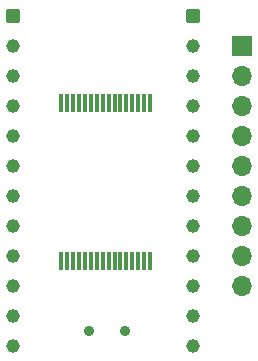
<source format=gts>
%TF.GenerationSoftware,KiCad,Pcbnew,9.0.5*%
%TF.CreationDate,2025-10-22T18:31:25+01:00*%
%TF.ProjectId,ZX Interface 1 ROM 39SF010,5a582049-6e74-4657-9266-616365203120,rev?*%
%TF.SameCoordinates,Original*%
%TF.FileFunction,Soldermask,Top*%
%TF.FilePolarity,Negative*%
%FSLAX46Y46*%
G04 Gerber Fmt 4.6, Leading zero omitted, Abs format (unit mm)*
G04 Created by KiCad (PCBNEW 9.0.5) date 2025-10-22 18:31:25*
%MOMM*%
%LPD*%
G01*
G04 APERTURE LIST*
G04 Aperture macros list*
%AMRoundRect*
0 Rectangle with rounded corners*
0 $1 Rounding radius*
0 $2 $3 $4 $5 $6 $7 $8 $9 X,Y pos of 4 corners*
0 Add a 4 corners polygon primitive as box body*
4,1,4,$2,$3,$4,$5,$6,$7,$8,$9,$2,$3,0*
0 Add four circle primitives for the rounded corners*
1,1,$1+$1,$2,$3*
1,1,$1+$1,$4,$5*
1,1,$1+$1,$6,$7*
1,1,$1+$1,$8,$9*
0 Add four rect primitives between the rounded corners*
20,1,$1+$1,$2,$3,$4,$5,0*
20,1,$1+$1,$4,$5,$6,$7,0*
20,1,$1+$1,$6,$7,$8,$9,0*
20,1,$1+$1,$8,$9,$2,$3,0*%
G04 Aperture macros list end*
%ADD10RoundRect,0.075000X-0.075000X0.712500X-0.075000X-0.712500X0.075000X-0.712500X0.075000X0.712500X0*%
%ADD11R,1.700000X1.700000*%
%ADD12O,1.700000X1.700000*%
%ADD13C,0.900000*%
%ADD14RoundRect,0.102000X-0.480000X0.480000X-0.480000X-0.480000X0.480000X-0.480000X0.480000X0.480000X0*%
%ADD15C,1.164000*%
G04 APERTURE END LIST*
D10*
%TO.C,U1*%
X162375000Y-112287500D03*
X161875000Y-112287500D03*
X161375000Y-112287500D03*
X160875000Y-112287500D03*
X160375000Y-112287500D03*
X159875000Y-112287500D03*
X159375000Y-112287500D03*
X158875000Y-112287500D03*
X158375000Y-112287500D03*
X157875000Y-112287500D03*
X157375000Y-112287500D03*
X156875000Y-112287500D03*
X156375000Y-112287500D03*
X155875000Y-112287500D03*
X155375000Y-112287500D03*
X154875000Y-112287500D03*
X154875000Y-125662500D03*
X155375000Y-125662500D03*
X155875000Y-125662500D03*
X156375000Y-125662500D03*
X156875000Y-125662500D03*
X157375000Y-125662500D03*
X157875000Y-125662500D03*
X158375000Y-125662500D03*
X158875000Y-125662500D03*
X159375000Y-125662500D03*
X159875000Y-125662500D03*
X160375000Y-125662500D03*
X160875000Y-125662500D03*
X161375000Y-125662500D03*
X161875000Y-125662500D03*
X162375000Y-125662500D03*
%TD*%
D11*
%TO.C,J1*%
X170161000Y-107413400D03*
D12*
X170161000Y-109953400D03*
X170161000Y-112493400D03*
X170161000Y-115033400D03*
X170161000Y-117573400D03*
X170161000Y-120113400D03*
X170161000Y-122653400D03*
X170161000Y-125193400D03*
X170161000Y-127733400D03*
%TD*%
D13*
%TO.C,SW1*%
X160231000Y-131610100D03*
X157231000Y-131610100D03*
%TD*%
D14*
%TO.C,J4*%
X166020200Y-104873400D03*
D15*
X166020200Y-107413400D03*
X166020200Y-109953400D03*
X166020200Y-112493400D03*
X166020200Y-115033400D03*
X166020200Y-117573400D03*
X166020200Y-120113400D03*
X166020200Y-122653400D03*
X166020200Y-125193400D03*
X166020200Y-127733400D03*
X166020200Y-130273400D03*
X166020200Y-132813400D03*
%TD*%
D14*
%TO.C,J3*%
X150780200Y-104873400D03*
D15*
X150780200Y-107413400D03*
X150780200Y-109953400D03*
X150780200Y-112493400D03*
X150780200Y-115033400D03*
X150780200Y-117573400D03*
X150780200Y-120113400D03*
X150780200Y-122653400D03*
X150780200Y-125193400D03*
X150780200Y-127733400D03*
X150780200Y-130273400D03*
X150780200Y-132813400D03*
%TD*%
M02*

</source>
